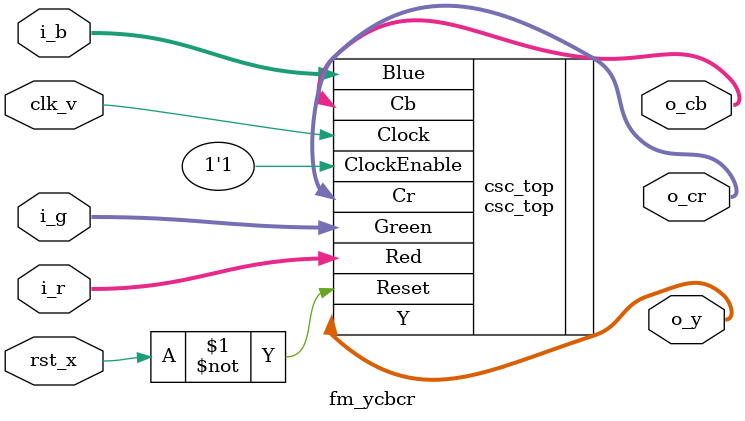
<source format=v>

module fm_ycbcr(
    clk_v,
    rst_x,
    i_r,
    i_g,
    i_b,
    o_y,
    o_cb,
    o_cr
);

//////////////////////////////////
// I/O port definition
//////////////////////////////////
    input          clk_v;     // 27MHz
    input          rst_x;
    input  [7:0]   i_r;
    input  [7:0]   i_g;
    input  [7:0]   i_b;
    output [7:0]   o_y;
    output [7:0]   o_cb;
    output [7:0]   o_cr;


//////////////////////////////////
// module instantiation
//////////////////////////////////
 csc_top csc_top (
    .Clock(clk_v),
    .ClockEnable(1'b1),
    .Reset(~rst_x),
    .Red(i_r),
    .Green(i_g),
    .Blue(i_b),
    .Y(o_y),
    .Cb(o_cb),
    .Cr(o_cr)
);

endmodule

</source>
